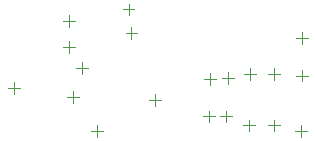
<source format=gbr>
G04*
G04 #@! TF.GenerationSoftware,Altium Limited,Altium Designer,24.2.2 (26)*
G04*
G04 Layer_Color=32768*
%FSLAX25Y25*%
%MOIN*%
G70*
G04*
G04 #@! TF.SameCoordinates,DA759692-2FDC-47FD-B5D7-4F029464E4A9*
G04*
G04*
G04 #@! TF.FilePolarity,Positive*
G04*
G01*
G75*
%ADD58C,0.00394*%
D58*
X146425Y-345142D02*
Y-341205D01*
X144457Y-343174D02*
X148394D01*
X99470Y-341095D02*
Y-337158D01*
X97501Y-339127D02*
X101438D01*
X193101Y-353426D02*
X197038D01*
X195069Y-355394D02*
Y-351457D01*
X162499Y-348666D02*
X166436D01*
X164467Y-350634D02*
Y-346697D01*
X119131Y-344095D02*
Y-340158D01*
X117162Y-342126D02*
X121099D01*
X184201Y-334390D02*
X188138D01*
X186170Y-336358D02*
Y-332421D01*
X168079Y-348666D02*
X172016D01*
X170047Y-350634D02*
Y-346697D01*
X162742Y-336290D02*
X166679D01*
X164710Y-338258D02*
Y-334321D01*
X184201Y-351660D02*
X188138D01*
X186170Y-353629D02*
Y-349692D01*
X117766Y-318932D02*
Y-314995D01*
X115797Y-316963D02*
X119734D01*
X127250Y-355512D02*
Y-351575D01*
X125281Y-353544D02*
X129218D01*
X193558Y-335009D02*
X197495D01*
X195527Y-336977D02*
Y-333040D01*
X193558Y-322441D02*
X197495D01*
X195527Y-324410D02*
Y-320472D01*
X175805Y-351660D02*
X179742D01*
X177773Y-353629D02*
Y-349692D01*
X122168Y-334578D02*
Y-330641D01*
X120199Y-332609D02*
X124136D01*
X117766Y-327371D02*
Y-323434D01*
X115797Y-325402D02*
X119734D01*
X176123Y-334390D02*
X180060D01*
X178092Y-336358D02*
Y-332421D01*
X168881Y-335703D02*
X172818D01*
X170849Y-337672D02*
Y-333735D01*
X138605Y-322835D02*
Y-318898D01*
X136637Y-320866D02*
X140574D01*
X137653Y-314961D02*
Y-311024D01*
X135685Y-312992D02*
X139622D01*
M02*

</source>
